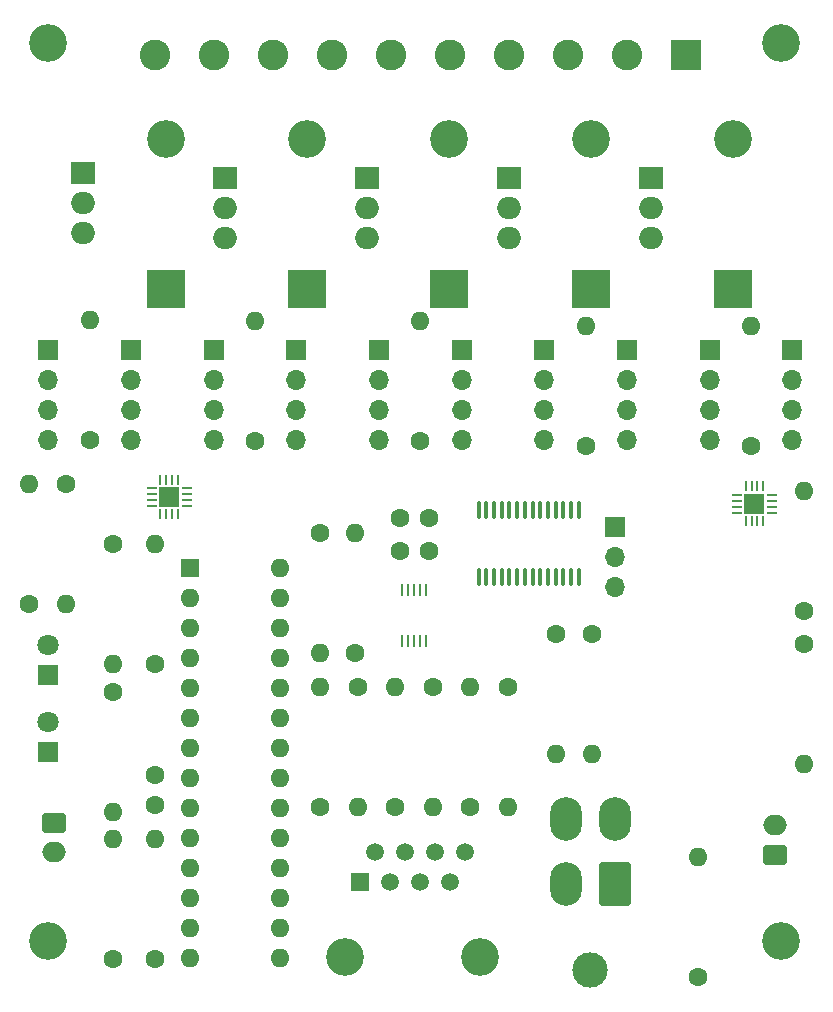
<source format=gbr>
%TF.GenerationSoftware,KiCad,Pcbnew,8.0.4*%
%TF.CreationDate,2025-03-05T00:33:19-06:00*%
%TF.ProjectId,hand_pcb,68616e64-5f70-4636-922e-6b696361645f,rev?*%
%TF.SameCoordinates,Original*%
%TF.FileFunction,Soldermask,Top*%
%TF.FilePolarity,Negative*%
%FSLAX46Y46*%
G04 Gerber Fmt 4.6, Leading zero omitted, Abs format (unit mm)*
G04 Created by KiCad (PCBNEW 8.0.4) date 2025-03-05 00:33:19*
%MOMM*%
%LPD*%
G01*
G04 APERTURE LIST*
G04 Aperture macros list*
%AMRoundRect*
0 Rectangle with rounded corners*
0 $1 Rounding radius*
0 $2 $3 $4 $5 $6 $7 $8 $9 X,Y pos of 4 corners*
0 Add a 4 corners polygon primitive as box body*
4,1,4,$2,$3,$4,$5,$6,$7,$8,$9,$2,$3,0*
0 Add four circle primitives for the rounded corners*
1,1,$1+$1,$2,$3*
1,1,$1+$1,$4,$5*
1,1,$1+$1,$6,$7*
1,1,$1+$1,$8,$9*
0 Add four rect primitives between the rounded corners*
20,1,$1+$1,$2,$3,$4,$5,0*
20,1,$1+$1,$4,$5,$6,$7,0*
20,1,$1+$1,$6,$7,$8,$9,0*
20,1,$1+$1,$8,$9,$2,$3,0*%
G04 Aperture macros list end*
%ADD10C,1.600000*%
%ADD11O,1.600000X1.600000*%
%ADD12C,3.000000*%
%ADD13RoundRect,0.250001X1.099999X1.599999X-1.099999X1.599999X-1.099999X-1.599999X1.099999X-1.599999X0*%
%ADD14O,2.700000X3.700000*%
%ADD15R,0.250000X1.100000*%
%ADD16R,2.600000X2.600000*%
%ADD17C,2.600000*%
%ADD18RoundRect,0.062500X-0.355000X-0.062500X0.355000X-0.062500X0.355000X0.062500X-0.355000X0.062500X0*%
%ADD19RoundRect,0.062500X-0.062500X-0.355000X0.062500X-0.355000X0.062500X0.355000X-0.062500X0.355000X0*%
%ADD20R,1.680000X1.680000*%
%ADD21R,1.700000X1.700000*%
%ADD22O,1.700000X1.700000*%
%ADD23C,3.200000*%
%ADD24RoundRect,0.250000X0.750000X-0.600000X0.750000X0.600000X-0.750000X0.600000X-0.750000X-0.600000X0*%
%ADD25O,2.000000X1.700000*%
%ADD26R,1.800000X1.800000*%
%ADD27C,1.800000*%
%ADD28R,3.200000X3.200000*%
%ADD29O,3.200000X3.200000*%
%ADD30R,2.000000X1.905000*%
%ADD31O,2.000000X1.905000*%
%ADD32R,1.600000X1.600000*%
%ADD33RoundRect,0.250000X-0.750000X0.600000X-0.750000X-0.600000X0.750000X-0.600000X0.750000X0.600000X0*%
%ADD34RoundRect,0.062500X-0.062500X0.355000X-0.062500X-0.355000X0.062500X-0.355000X0.062500X0.355000X0*%
%ADD35RoundRect,0.062500X-0.355000X0.062500X-0.355000X-0.062500X0.355000X-0.062500X0.355000X0.062500X0*%
%ADD36R,1.500000X1.500000*%
%ADD37C,1.500000*%
%ADD38RoundRect,0.100000X0.100000X-0.637500X0.100000X0.637500X-0.100000X0.637500X-0.100000X-0.637500X0*%
G04 APERTURE END LIST*
D10*
%TO.C,R11*%
X156500000Y-93920000D03*
D11*
X156500000Y-104080000D03*
%TD*%
D12*
%TO.C,J9*%
X196902500Y-117500000D03*
D13*
X199002500Y-110200000D03*
D14*
X194802500Y-110200000D03*
X199002500Y-104700000D03*
X194802500Y-104700000D03*
%TD*%
D15*
%TO.C,U3*%
X182949695Y-85350000D03*
X182449695Y-85350000D03*
X181949695Y-85350000D03*
X181449695Y-85350000D03*
X180949695Y-85350000D03*
X180949695Y-89650000D03*
X181449695Y-89650000D03*
X181949695Y-89650000D03*
X182449695Y-89650000D03*
X182949695Y-89650000D03*
%TD*%
D10*
%TO.C,R19*%
X174042500Y-103670000D03*
D11*
X174042500Y-93510000D03*
%TD*%
D16*
%TO.C,J1*%
X205000000Y-40000000D03*
D17*
X200000000Y-40000000D03*
X195000000Y-40000000D03*
X190000000Y-40000000D03*
X185000000Y-40000000D03*
X180000000Y-40000000D03*
X175000000Y-40000000D03*
X170000000Y-40000000D03*
X165000000Y-40000000D03*
X160000000Y-40000000D03*
%TD*%
D18*
%TO.C,U5*%
X209335000Y-77250000D03*
X209335000Y-77750000D03*
X209335000Y-78250000D03*
X209335000Y-78750000D03*
D19*
X210042500Y-79457500D03*
X210542500Y-79457500D03*
X211042500Y-79457500D03*
X211542500Y-79457500D03*
D18*
X212250000Y-78750000D03*
X212250000Y-78250000D03*
X212250000Y-77750000D03*
X212250000Y-77250000D03*
D19*
X211542500Y-76542500D03*
X211042500Y-76542500D03*
X210542500Y-76542500D03*
X210042500Y-76542500D03*
D20*
X210792500Y-78000000D03*
%TD*%
D21*
%TO.C,M9*%
X207000000Y-65000000D03*
D22*
X207000000Y-67540000D03*
X207000000Y-70080000D03*
X207000000Y-72620000D03*
%TD*%
D23*
%TO.C,H4*%
X151000000Y-39000000D03*
%TD*%
D24*
%TO.C,J4*%
X212550000Y-107750000D03*
D25*
X212550000Y-105250000D03*
%TD*%
D26*
%TO.C,D6*%
X151000000Y-99000000D03*
D27*
X151000000Y-96460000D03*
%TD*%
D23*
%TO.C,H1*%
X151000000Y-115000000D03*
%TD*%
D10*
%TO.C,R8*%
X197000000Y-89000000D03*
D11*
X197000000Y-99160000D03*
%TD*%
D28*
%TO.C,D5*%
X208975556Y-59850000D03*
D29*
X208975556Y-47150000D03*
%TD*%
D10*
%TO.C,R23*%
X160000000Y-91580000D03*
D11*
X160000000Y-81420000D03*
%TD*%
D10*
%TO.C,R12*%
X183567500Y-93510000D03*
D11*
X183567500Y-103670000D03*
%TD*%
D10*
%TO.C,R14*%
X189917500Y-93510000D03*
D11*
X189917500Y-103670000D03*
%TD*%
D23*
%TO.C,H3*%
X213000000Y-39000000D03*
%TD*%
D30*
%TO.C,Q3*%
X178000000Y-50460000D03*
D31*
X178000000Y-53000000D03*
X178000000Y-55540000D03*
%TD*%
D10*
%TO.C,R16*%
X174000000Y-80500000D03*
D11*
X174000000Y-90660000D03*
%TD*%
D10*
%TO.C,R5*%
X182500000Y-72660000D03*
D11*
X182500000Y-62500000D03*
%TD*%
D10*
%TO.C,R3*%
X156500000Y-116580000D03*
D11*
X156500000Y-106420000D03*
%TD*%
D21*
%TO.C,M4*%
X172000000Y-65000000D03*
D22*
X172000000Y-67540000D03*
X172000000Y-70080000D03*
X172000000Y-72620000D03*
%TD*%
D10*
%TO.C,C3*%
X183250000Y-82000000D03*
X180750000Y-82000000D03*
%TD*%
D21*
%TO.C,M1*%
X151000000Y-65000000D03*
D22*
X151000000Y-67540000D03*
X151000000Y-70080000D03*
X151000000Y-72620000D03*
%TD*%
D30*
%TO.C,Q1*%
X153975556Y-50000000D03*
D31*
X153975556Y-52540000D03*
X153975556Y-55080000D03*
%TD*%
D28*
%TO.C,D3*%
X184951111Y-59850000D03*
D29*
X184951111Y-47150000D03*
%TD*%
D21*
%TO.C,M10*%
X214000000Y-65000000D03*
D22*
X214000000Y-67540000D03*
X214000000Y-70080000D03*
X214000000Y-72620000D03*
%TD*%
D10*
%TO.C,R13*%
X186742500Y-103670000D03*
D11*
X186742500Y-93510000D03*
%TD*%
D32*
%TO.C,U2*%
X163000000Y-83460000D03*
D11*
X163000000Y-86000000D03*
X163000000Y-88540000D03*
X163000000Y-91080000D03*
X163000000Y-93620000D03*
X163000000Y-96160000D03*
X163000000Y-98700000D03*
X163000000Y-101240000D03*
X163000000Y-103780000D03*
X163000000Y-106320000D03*
X163000000Y-108860000D03*
X163000000Y-111400000D03*
X163000000Y-113940000D03*
X163000000Y-116480000D03*
X170620000Y-116480000D03*
X170620000Y-113940000D03*
X170620000Y-111400000D03*
X170620000Y-108860000D03*
X170620000Y-106320000D03*
X170620000Y-103780000D03*
X170620000Y-101240000D03*
X170620000Y-98700000D03*
X170620000Y-96160000D03*
X170620000Y-93620000D03*
X170620000Y-91080000D03*
X170620000Y-88540000D03*
X170620000Y-86000000D03*
X170620000Y-83460000D03*
%TD*%
D30*
%TO.C,Q2*%
X165987778Y-50460000D03*
D31*
X165987778Y-53000000D03*
X165987778Y-55540000D03*
%TD*%
D21*
%TO.C,M7*%
X193000000Y-65000000D03*
D22*
X193000000Y-67540000D03*
X193000000Y-70080000D03*
X193000000Y-72620000D03*
%TD*%
D26*
%TO.C,D7*%
X151000000Y-92540000D03*
D27*
X151000000Y-90000000D03*
%TD*%
D21*
%TO.C,M5*%
X179000000Y-65000000D03*
D22*
X179000000Y-67540000D03*
X179000000Y-70080000D03*
X179000000Y-72620000D03*
%TD*%
D30*
%TO.C,Q4*%
X190012222Y-50460000D03*
D31*
X190012222Y-53000000D03*
X190012222Y-55540000D03*
%TD*%
D28*
%TO.C,D2*%
X172938889Y-59850000D03*
D29*
X172938889Y-47150000D03*
%TD*%
D28*
%TO.C,D4*%
X196963333Y-59850000D03*
D29*
X196963333Y-47150000D03*
%TD*%
D10*
%TO.C,R9*%
X194000000Y-89000000D03*
D11*
X194000000Y-99160000D03*
%TD*%
D10*
%TO.C,C1*%
X160000000Y-103500000D03*
X160000000Y-101000000D03*
%TD*%
%TO.C,R21*%
X152500000Y-76340000D03*
D11*
X152500000Y-86500000D03*
%TD*%
D33*
%TO.C,J5*%
X151450000Y-105000000D03*
D25*
X151450000Y-107500000D03*
%TD*%
D34*
%TO.C,U4*%
X162000000Y-76000000D03*
X161500000Y-76000000D03*
X161000000Y-76000000D03*
X160500000Y-76000000D03*
D35*
X159792500Y-76707500D03*
X159792500Y-77207500D03*
X159792500Y-77707500D03*
X159792500Y-78207500D03*
D34*
X160500000Y-78915000D03*
X161000000Y-78915000D03*
X161500000Y-78915000D03*
X162000000Y-78915000D03*
D35*
X162707500Y-78207500D03*
X162707500Y-77707500D03*
X162707500Y-77207500D03*
X162707500Y-76707500D03*
D20*
X161250000Y-77457500D03*
%TD*%
D21*
%TO.C,M3*%
X165000000Y-65000000D03*
D22*
X165000000Y-67540000D03*
X165000000Y-70080000D03*
X165000000Y-72620000D03*
%TD*%
D10*
%TO.C,R15*%
X177000000Y-90660000D03*
D11*
X177000000Y-80500000D03*
%TD*%
D10*
%TO.C,R10*%
X206000000Y-118080000D03*
D11*
X206000000Y-107920000D03*
%TD*%
D28*
%TO.C,D1*%
X160926667Y-59850000D03*
D29*
X160926667Y-47150000D03*
%TD*%
D30*
%TO.C,Q5*%
X202024444Y-50460000D03*
D31*
X202024444Y-53000000D03*
X202024444Y-55540000D03*
%TD*%
D10*
%TO.C,R7*%
X210500000Y-73160000D03*
D11*
X210500000Y-63000000D03*
%TD*%
D10*
%TO.C,R17*%
X180392500Y-103670000D03*
D11*
X180392500Y-93510000D03*
%TD*%
D23*
%TO.C,J10*%
X176110000Y-116350000D03*
X187540000Y-116350000D03*
D36*
X177380000Y-110000000D03*
D37*
X178650000Y-107460000D03*
X179920000Y-110000000D03*
X181190000Y-107460000D03*
X182460000Y-110000000D03*
X183730000Y-107460000D03*
X185000000Y-110000000D03*
X186270000Y-107460000D03*
%TD*%
D10*
%TO.C,C2*%
X183250000Y-79250000D03*
X180750000Y-79250000D03*
%TD*%
%TO.C,R4*%
X160000000Y-116580000D03*
D11*
X160000000Y-106420000D03*
%TD*%
D10*
%TO.C,R25*%
X215000000Y-89920000D03*
D11*
X215000000Y-100080000D03*
%TD*%
D38*
%TO.C,U1*%
X187450000Y-84250000D03*
X188100000Y-84250000D03*
X188750000Y-84250000D03*
X189400000Y-84250000D03*
X190050000Y-84250000D03*
X190700000Y-84250000D03*
X191350000Y-84250000D03*
X192000000Y-84250000D03*
X192650000Y-84250000D03*
X193300000Y-84250000D03*
X193950000Y-84250000D03*
X194600000Y-84250000D03*
X195250000Y-84250000D03*
X195900000Y-84250000D03*
X195900000Y-78525000D03*
X195250000Y-78525000D03*
X194600000Y-78525000D03*
X193950000Y-78525000D03*
X193300000Y-78525000D03*
X192650000Y-78525000D03*
X192000000Y-78525000D03*
X191350000Y-78525000D03*
X190700000Y-78525000D03*
X190050000Y-78525000D03*
X189400000Y-78525000D03*
X188750000Y-78525000D03*
X188100000Y-78525000D03*
X187450000Y-78525000D03*
%TD*%
D10*
%TO.C,R18*%
X177217500Y-93510000D03*
D11*
X177217500Y-103670000D03*
%TD*%
D21*
%TO.C,M6*%
X186000000Y-65000000D03*
D22*
X186000000Y-67540000D03*
X186000000Y-70080000D03*
X186000000Y-72620000D03*
%TD*%
D23*
%TO.C,H2*%
X213000000Y-115000000D03*
%TD*%
D21*
%TO.C,M8*%
X200000000Y-65000000D03*
D22*
X200000000Y-67540000D03*
X200000000Y-70080000D03*
X200000000Y-72620000D03*
%TD*%
D10*
%TO.C,R20*%
X149394119Y-86500000D03*
D11*
X149394119Y-76340000D03*
%TD*%
D10*
%TO.C,R22*%
X156500000Y-81420000D03*
D11*
X156500000Y-91580000D03*
%TD*%
D10*
%TO.C,R1*%
X154500000Y-72580000D03*
D11*
X154500000Y-62420000D03*
%TD*%
D10*
%TO.C,R24*%
X215000000Y-87080000D03*
D11*
X215000000Y-76920000D03*
%TD*%
D10*
%TO.C,R6*%
X196500000Y-73160000D03*
D11*
X196500000Y-63000000D03*
%TD*%
D21*
%TO.C,M2*%
X158000000Y-65000000D03*
D22*
X158000000Y-67540000D03*
X158000000Y-70080000D03*
X158000000Y-72620000D03*
%TD*%
D21*
%TO.C,J7*%
X199000000Y-80000000D03*
D22*
X199000000Y-82540000D03*
X199000000Y-85080000D03*
%TD*%
D10*
%TO.C,R2*%
X168500000Y-72660000D03*
D11*
X168500000Y-62500000D03*
%TD*%
M02*

</source>
